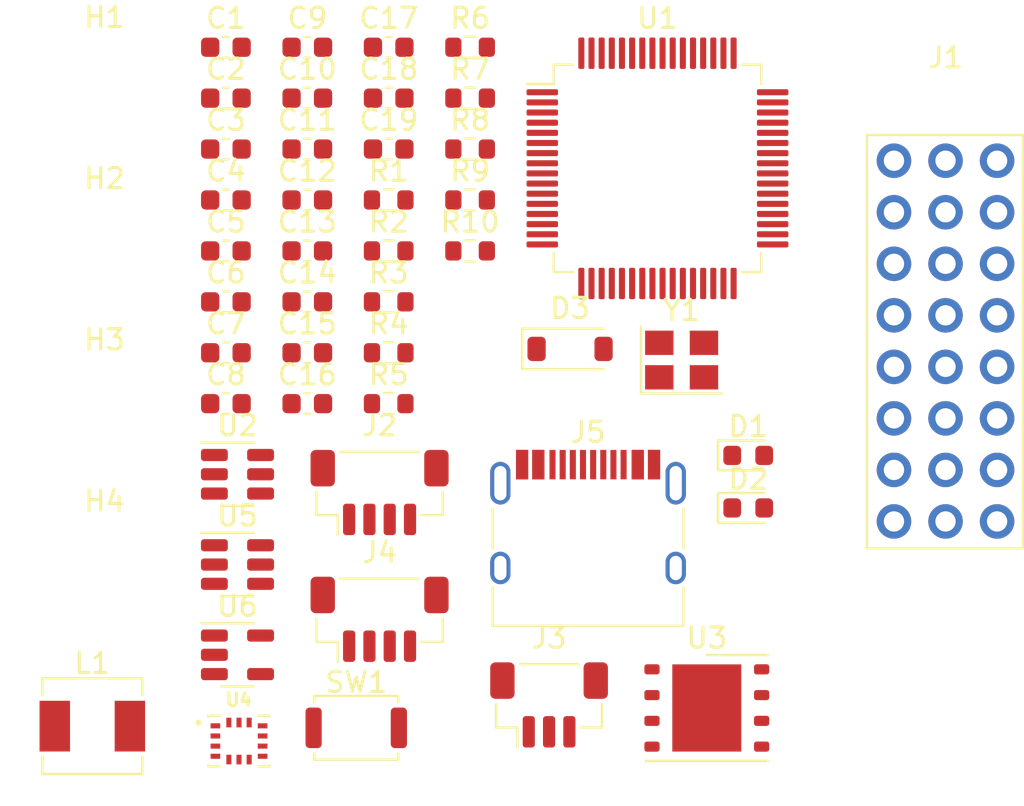
<source format=kicad_pcb>
(kicad_pcb (version 20221018) (generator pcbnew)
  (layers (0 "F.Cu" signal) (31 "B.Cu" signal) (34 "B.Paste" user) (35 "F.Paste" user) (36 "B.SilkS" user "B.Silkscreen") (37 "F.SilkS" user "F.Silkscreen") (38 "B.Mask" user) (39 "F.Mask" user) (44 "Edge.Cuts" user))
  (net 0 "")
  (net 1 "GND")
  (net 2 "Net-(U1-PH0)")
  (net 3 "Net-(U1-PH1)")
  (net 4 "Net-(U1-VCAP_1)")
  (net 5 "+3V3")
  (net 6 "VBUS")
  (net 7 "Net-(U5-BOOT)")
  (net 8 "Net-(U5-SW)")
  (net 9 "+5V")
  (net 10 "Net-(U5-FB)")
  (net 11 "Net-(D1-K)")
  (net 12 "Net-(D2-K)")
  (net 13 "/LED_0")
  (net 14 "Net-(D3-A)")
  (net 15 "/UART1_TX")
  (net 16 "/UART1_RX")
  (net 17 "/LEDOUT")
  (net 18 "/UART2_TX")
  (net 19 "/UART2_RX")
  (net 20 "Net-(J5-CC1)")
  (net 21 "/USB_D+")
  (net 22 "/USB_D-")
  (net 24 "Net-(J5-CC2)")
  (net 26 "Net-(U1-NRST)")
  (net 27 "Net-(U1-BOOT0)")
  (net 28 "Net-(U3-IO2)")
  (net 29 "Net-(U3-IO3)")
  (net 39 "/OCS_BMI")
  (net 40 "/SPI_SCK")
  (net 41 "/SPI_MISO")
  (net 42 "/SPI_MOSI")
  (net 44 "/Out1")
  (net 45 "/Out2")
  (net 47 "/Out7")
  (net 48 "/Out8")
  (net 57 "/CS_BMI")
  (net 58 "/CS_FLASH")
  (net 60 "/MCU_D-")
  (net 61 "/MCU_D+")
  (net 62 "/INT1_BMI")
  (net 63 "/INT2_BMI")
  (net 68 "/Out3")
  (net 69 "/Out4")
  (net 70 "/Out5")
  (net 71 "/Out6")
  (footprint "Capacitor_SMD:C_0603_1608Metric" (layer "F.Cu") (at 37.42 23.735)
    (fp_text reference "C10" (at 0 -1.43) (layer "F.SilkS"))
    (fp_text value "4.7u")
    (fp_line (start -0.14058 -0.51) (end 0.14058 -0.51) (stroke (width 0.12)) (layer "F.SilkS"))
    (fp_line (start -0.14058 0.51) (end 0.14058 0.51) (stroke (width 0.12)) (layer "F.SilkS"))
    (pad "1" smd roundrect (at -0.775 0) (size 0.9 0.95) (layers "F.Cu" "F.Paste" "F.Mask") (net 5 "+3V3"))
    (pad "2" smd roundrect (at 0.775 0) (size 0.9 0.95) (layers "F.Cu" "F.Paste" "F.Mask") (net 1 "GND"))
  )
  (footprint "Capacitor_SMD:C_0603_1608Metric" (layer "F.Cu") (at 33.41 31.265)
    (fp_text reference "C5" (at 0 -1.43) (layer "F.SilkS"))
    (fp_text value "1u")
    (fp_line (start -0.14058 -0.51) (end 0.14058 -0.51) (stroke (width 0.12)) (layer "F.SilkS"))
    (fp_line (start -0.14058 0.51) (end 0.14058 0.51) (stroke (width 0.12)) (layer "F.SilkS"))
    (pad "1" smd roundrect (at -0.775 0) (size 0.9 0.95) (layers "F.Cu" "F.Paste" "F.Mask") (net 5 "+3V3"))
    (pad "2" smd roundrect (at 0.775 0) (size 0.9 0.95) (layers "F.Cu" "F.Paste" "F.Mask") (net 1 "GND"))
  )
  (footprint "Resistor_SMD:R_0603_1608Metric" (layer "F.Cu") (at 41.43 33.775)
    (fp_text reference "R3" (at 0 -1.43) (layer "F.SilkS"))
    (fp_text value "47")
    (fp_line (start -0.237258 -0.5225) (end 0.237258 -0.5225) (stroke (width 0.12)) (layer "F.SilkS"))
    (fp_line (start -0.237258 0.5225) (end 0.237258 0.5225) (stroke (width 0.12)) (layer "F.SilkS"))
    (pad "1" smd roundrect (at -0.825 0) (size 0.8 0.95) (layers "F.Cu" "F.Paste" "F.Mask") (net 1 "GND"))
    (pad "2" smd roundrect (at 0.825 0) (size 0.8 0.95) (layers "F.Cu" "F.Paste" "F.Mask") (net 11 "Net-(D1-K)"))
  )
  (footprint "Resistor_SMD:R_0603_1608Metric" (layer "F.Cu") (at 45.44 23.735)
    (fp_text reference "R7" (at 0 -1.43) (layer "F.SilkS"))
    (fp_text value "10k")
    (fp_line (start -0.237258 -0.5225) (end 0.237258 -0.5225) (stroke (width 0.12)) (layer "F.SilkS"))
    (fp_line (start -0.237258 0.5225) (end 0.237258 0.5225) (stroke (width 0.12)) (layer "F.SilkS"))
    (pad "1" smd roundrect (at -0.825 0) (size 0.8 0.95) (layers "F.Cu" "F.Paste" "F.Mask") (net 5 "+3V3"))
    (pad "2" smd roundrect (at 0.825 0) (size 0.8 0.95) (layers "F.Cu" "F.Paste" "F.Mask") (net 28 "Net-(U3-IO2)"))
  )
  (footprint "MountingHole:MountingHole_3.2mm_M3" (layer "F.Cu") (at 27.43 47.795)
    (fp_text reference "H4" (at 0 -4.2) (layer "F.SilkS"))
    (fp_text value "MountingHole")
    (pad "" np_thru_hole circle (at 0 0) (size 3.2 3.2) (drill 3.2) (layers "*.Cu" "*.Mask"))
  )
  (footprint "Capacitor_SMD:C_0603_1608Metric" (layer "F.Cu") (at 37.42 26.245)
    (fp_text reference "C11" (at 0 -1.43) (layer "F.SilkS"))
    (fp_text value "100n")
    (fp_line (start -0.14058 -0.51) (end 0.14058 -0.51) (stroke (width 0.12)) (layer "F.SilkS"))
    (fp_line (start -0.14058 0.51) (end 0.14058 0.51) (stroke (width 0.12)) (layer "F.SilkS"))
    (pad "1" smd roundrect (at -0.775 0) (size 0.9 0.95) (layers "F.Cu" "F.Paste" "F.Mask") (net 5 "+3V3"))
    (pad "2" smd roundrect (at 0.775 0) (size 0.9 0.95) (layers "F.Cu" "F.Paste" "F.Mask") (net 1 "GND"))
  )
  (footprint "Capacitor_SMD:C_0603_1608Metric" (layer "F.Cu") (at 33.41 21.225)
    (fp_text reference "C1" (at 0 -1.43) (layer "F.SilkS"))
    (fp_text value "30p")
    (fp_line (start -0.14058 -0.51) (end 0.14058 -0.51) (stroke (width 0.12)) (layer "F.SilkS"))
    (fp_line (start -0.14058 0.51) (end 0.14058 0.51) (stroke (width 0.12)) (layer "F.SilkS"))
    (pad "1" smd roundrect (at -0.775 0) (size 0.9 0.95) (layers "F.Cu" "F.Paste" "F.Mask") (net 1 "GND"))
    (pad "2" smd roundrect (at 0.775 0) (size 0.9 0.95) (layers "F.Cu" "F.Paste" "F.Mask") (net 2 "Net-(U1-PH0)"))
  )
  (footprint "Capacitor_SMD:C_0603_1608Metric" (layer "F.Cu") (at 37.42 38.795)
    (fp_text reference "C16" (at 0 -1.43) (layer "F.SilkS"))
    (fp_text value "100p")
    (fp_line (start -0.14058 -0.51) (end 0.14058 -0.51) (stroke (width 0.12)) (layer "F.SilkS"))
    (fp_line (start -0.14058 0.51) (end 0.14058 0.51) (stroke (width 0.12)) (layer "F.SilkS"))
    (pad "1" smd roundrect (at -0.775 0) (size 0.9 0.95) (layers "F.Cu" "F.Paste" "F.Mask") (net 9 "+5V"))
    (pad "2" smd roundrect (at 0.775 0) (size 0.9 0.95) (layers "F.Cu" "F.Paste" "F.Mask") (net 10 "Net-(U5-FB)"))
  )
  (footprint "MountingHole:MountingHole_3.2mm_M3" (layer "F.Cu") (at 27.43 23.945)
    (fp_text reference "H1" (at 0 -4.2) (layer "F.SilkS"))
    (fp_text value "MountingHole")
    (pad "" np_thru_hole circle (at 0 0) (size 3.2 3.2) (drill 3.2) (layers "*.Cu" "*.Mask"))
  )
  (footprint "Resistor_SMD:R_0603_1608Metric" (layer "F.Cu") (at 41.43 28.755)
    (fp_text reference "R1" (at 0 -1.43) (layer "F.SilkS"))
    (fp_text value "10k")
    (fp_line (start -0.237258 -0.5225) (end 0.237258 -0.5225) (stroke (width 0.12)) (layer "F.SilkS"))
    (fp_line (start -0.237258 0.5225) (end 0.237258 0.5225) (stroke (width 0.12)) (layer "F.SilkS"))
    (pad "1" smd roundrect (at -0.825 0) (size 0.8 0.95) (layers "F.Cu" "F.Paste" "F.Mask") (net 5 "+3V3"))
    (pad "2" smd roundrect (at 0.825 0) (size 0.8 0.95) (layers "F.Cu" "F.Paste" "F.Mask") (net 26 "Net-(U1-NRST)"))
  )
  (footprint "Capacitor_SMD:C_0603_1608Metric" (layer "F.Cu") (at 33.41 33.775)
    (fp_text reference "C6" (at 0 -1.43) (layer "F.SilkS"))
    (fp_text value "100n")
    (fp_line (start -0.14058 -0.51) (end 0.14058 -0.51) (stroke (width 0.12)) (layer "F.SilkS"))
    (fp_line (start -0.14058 0.51) (end 0.14058 0.51) (stroke (width 0.12)) (layer "F.SilkS"))
    (pad "1" smd roundrect (at -0.775 0) (size 0.9 0.95) (layers "F.Cu" "F.Paste" "F.Mask") (net 5 "+3V3"))
    (pad "2" smd roundrect (at 0.775 0) (size 0.9 0.95) (layers "F.Cu" "F.Paste" "F.Mask") (net 1 "GND"))
  )
  (footprint "Resistor_SMD:R_0603_1608Metric" (layer "F.Cu") (at 41.43 31.265)
    (fp_text reference "R2" (at 0 -1.43) (layer "F.SilkS"))
    (fp_text value "10k")
    (fp_line (start -0.237258 -0.5225) (end 0.237258 -0.5225) (stroke (width 0.12)) (layer "F.SilkS"))
    (fp_line (start -0.237258 0.5225) (end 0.237258 0.5225) (stroke (width 0.12)) (layer "F.SilkS"))
    (pad "1" smd roundrect (at -0.825 0) (size 0.8 0.95) (layers "F.Cu" "F.Paste" "F.Mask") (net 27 "Net-(U1-BOOT0)"))
    (pad "2" smd roundrect (at 0.825 0) (size 0.8 0.95) (layers "F.Cu" "F.Paste" "F.Mask") (net 1 "GND"))
  )
  (footprint "footprints:XDCR_BMI270" (layer "F.Cu") (at 34.055 55.425)
    (fp_text reference "U4" (at -0.008 -2.0314) (layer "F.SilkS") (effects (font (size 0.64 0.64))))
    (fp_text value "BMI270")
    (fp_line (start -1.5 -1.25) (end -1.5 -1.195) (stroke (width 0.127)) (layer "F.SilkS"))
    (fp_line (start -1.5 -1.25) (end -0.945 -1.25) (stroke (width 0.127)) (layer "F.SilkS"))
    (fp_line (start -1.5 1.195) (end -1.5 1.25) (stroke (width 0.127)) (layer "F.SilkS"))
    (fp_line (start -1.5 1.25) (end -0.945 1.25) (stroke (width 0.127)) (layer "F.SilkS"))
    (fp_line (start 0.945 -1.25) (end 1.5 -1.25) (stroke (width 0.127)) (layer "F.SilkS"))
    (fp_line (start 0.945 1.25) (end 1.5 1.25) (stroke (width 0.127)) (layer "F.SilkS"))
    (fp_line (start 1.5 -1.25) (end 1.5 -1.195) (stroke (width 0.127)) (layer "F.SilkS"))
    (fp_line (start 1.5 1.195) (end 1.5 1.25) (stroke (width 0.127)) (layer "F.SilkS"))
    (fp_circle (center -2 -0.9) (end -1.925 -0.9) (stroke (width 0.15)) (fill none) (layer "F.SilkS"))
    (pad "1" smd rect (at -1.1625 -0.75) (size 0.475 0.25) (layers "F.Cu" "F.Paste" "F.Mask") (net 41 "/SPI_MISO"))
    (pad "2" smd rect (at -1.1625 -0.25) (size 0.475 0.25) (layers "F.Cu" "F.Paste" "F.Mask"))
    (pad "3" smd rect (at -1.1625 0.25) (size 0.475 0.25) (layers "F.Cu" "F.Paste" "F.Mask"))
    (pad "4" smd rect (at -1.1625 0.75) (size 0.475 0.25) (layers "F.Cu" "F.Paste" "F.Mask") (net 62 "/INT1_BMI"))
    (pad "5" smd rect (at -0.5 0.9125 90) (size 0.475 0.25) (layers "F.Cu" "F.Paste" "F.Mask") (net 5 "+3V3"))
    (pad "6" smd rect (at 0 0.9125 90) (size 0.475 0.25) (layers "F.Cu" "F.Paste" "F.Mask") (net 1 "GND"))
    (pad "7" smd rect (at 0.5 0.9125 90) (size 0.475 0.25) (layers "F.Cu" "F.Paste" "F.Mask") (net 1 "GND"))
    (pad "8" smd rect (at 1.1625 0.75) (size 0.475 0.25) (layers "F.Cu" "F.Paste" "F.Mask") (net 5 "+3V3"))
    (pad "9" smd rect (at 1.1625 0.25) (size 0.475 0.25) (layers "F.Cu" "F.Paste" "F.Mask") (net 63 "/INT2_BMI"))
    (pad "10" smd rect (at 1.1625 -0.25) (size 0.475 0.25) (layers "F.Cu" "F.Paste" "F.Mask") (net 39 "/OCS_BMI"))
    (pad "11" smd rect (at 1.1625 -0.75) (size 0.475 0.25) (layers "F.Cu" "F.Paste" "F.Mask"))
    (pad "12" smd rect (at 0.5 -0.9125 90) (size 0.475 0.25) (layers "F.Cu" "F.Paste" "F.Mask") (net 57 "/CS_BMI"))
    (pad "13" smd rect (at 0 -0.9125 90) (size 0.475 0.25) (layers "F.Cu" "F.Paste" "F.Mask") (net 40 "/SPI_SCK"))
    (pad "14" smd rect (at -0.5 -0.9125 90) (size 0.475 0.25) (layers "F.Cu" "F.Paste" "F.Mask") (net 42 "/SPI_MOSI"))
  )
  (footprint "footprints:8xServo" (layer "F.Cu") (at 68.86 26.82)
    (fp_text reference "J1" (at 0 -5.08) (layer "F.SilkS"))
    (fp_text value "Outputs")
    (fp_line (start -3.87 -1.27) (end -3.87 19.11) (stroke (width 0.12)) (layer "F.SilkS"))
    (fp_line (start -3.87 -1.27) (end 3.81 -1.27) (stroke (width 0.12)) (layer "F.SilkS"))
    (fp_line (start -3.87 19.11) (end 3.81 19.11) (stroke (width 0.12)) (layer "F.SilkS"))
    (fp_line (start 3.81 -1.27) (end 3.81 19.11) (stroke (width 0.12)) (layer "F.SilkS"))
    (pad "1" thru_hole circle (at -2.54 0) (size 1.7 1.7) (drill 1) (layers "*.Cu" "*.Mask") (net 44 "/Out1"))
    (pad "2" thru_hole oval (at -2.54 2.54) (size 1.7 1.7) (drill 1) (layers "*.Cu" "*.Mask") (net 45 "/Out2"))
    (pad "3" thru_hole oval (at -2.54 5.08) (size 1.7 1.7) (drill 1) (layers "*.Cu" "*.Mask") (net 68 "/Out3"))
    (pad "4" thru_hole oval (at -2.54 7.62) (size 1.7 1.7) (drill 1) (layers "*.Cu" "*.Mask") (net 69 "/Out4"))
    (pad "5" thru_hole oval (at -2.54 10.16) (size 1.7 1.7) (drill 1) (layers "*.Cu" "*.Mask") (net 70 "/Out5"))
    (pad "6" thru_hole oval (at -2.54 12.7) (size 1.7 1.7) (drill 1) (layers "*.Cu" "*.Mask") (net 71 "/Out6"))
    (pad "7" thru_hole oval (at -2.54 15.24) (size 1.7 1.7) (drill 1) (layers "*.Cu" "*.Mask") (net 47 "/Out7"))
    (pad "8" thru_hole oval (at -2.54 17.78) (size 1.7 1.7) (drill 1) (layers "*.Cu" "*.Mask") (net 48 "/Out8"))
    (pad "9" thru_hole circle (at 0 0) (size 1.7 1.7) (drill 1) (layers "*.Cu" "*.Mask") (net 6 "VBUS"))
    (pad "10" thru_hole oval (at 0 2.54) (size 1.7 1.7) (drill 1) (layers "*.Cu" "*.Mask") (net 6 "VBUS"))
    (pad "11" thru_hole oval (at 0 5.08) (size 1.7 1.7) (drill 1) (layers "*.Cu" "*.Mask") (net 6 "VBUS"))
    (pad "12" thru_hole oval (at 0 7.62) (size 1.7 1.7) (drill 1) (layers "*.Cu" "*.Mask") (net 6 "VBUS"))
    (pad "13" thru_hole oval (at 0 10.16) (size 1.7 1.7) (drill 1) (layers "*.Cu" "*.Mask") (net 6 "VBUS"))
    (pad "14" thru_hole oval (at 0 12.7) (size 1.7 1.7) (drill 1) (layers "*.Cu" "*.Mask") (net 6 "VBUS"))
    (pad "15" thru_hole oval (at 0 15.24) (size 1.7 1.7) (drill 1) (layers "*.Cu" "*.Mask") (net 6 "VBUS"))
    (pad "16" thru_hole oval (at 0 17.78) (size 1.7 1.7) (drill 1) (layers "*.Cu" "*.Mask") (net 6 "VBUS"))
    (pad "17" thru_hole circle (at 2.54 0) (size 1.7 1.7) (drill 1) (layers "*.Cu" "*.Mask") (net 1 "GND"))
    (pad "18" thru_hole oval (at 2.54 2.54) (size 1.7 1.7) (drill 1) (layers "*.Cu" "*.Mask") (net 1 "GND"))
    (pad "19" thru_hole oval (at 2.54 5.08) (size 1.7 1.7) (drill 1) (layers "*.Cu" "*.Mask") (net 1 "GND"))
    (pad "20" thru_hole oval (at 2.54 7.62) (size 1.7 1.7) (drill 1) (layers "*.Cu" "*.Mask") (net 1 "GND"))
    (pad "21" thru_hole oval (at 2.54 10.16) (size 1.7 1.7) (drill 1) (layers "*.Cu" "*.Mask") (net 1 "GND"))
    (pad "22" thru_hole oval (at 2.54 12.7) (size 1.7 1.7) (drill 1) (layers "*.Cu" "*.Mask") (net 1 "GND"))
    (pad "23" thru_hole oval (at 2.54 15.24) (size 1.7 1.7) (drill 1) (layers "*.Cu" "*.Mask") (net 1 "GND"))
    (pad "24" thru_hole oval (at 2.54 17.78) (size 1.7 1.7) (drill 1) (layers "*.Cu" "*.Mask") (net 1 "GND"))
  )
  (footprint "Diode_SMD:D_SOD-123" (layer "F.Cu") (at 50.365 36.095)
    (fp_text reference "D3" (at 0 -2) (layer "F.SilkS"))
    (fp_text value "B5819W_C8598")
    (fp_line (start -2.36 -1) (end -2.36 1) (stroke (width 0.12)) (layer "F.SilkS"))
    (fp_line (start -2.36 -1) (end 1.65 -1) (stroke (width 0.12)) (layer "F.SilkS"))
    (fp_line (start -2.36 1) (end 1.65 1) (stroke (width 0.12)) (layer "F.SilkS"))
    (pad "1" smd roundrect (at -1.65 0) (size 0.9 1.2) (layers "F.Cu" "F.Paste" "F.Mask") (net 9 "+5V"))
    (pad "2" smd roundrect (at 1.65 0) (size 0.9 1.2) (layers "F.Cu" "F.Paste" "F.Mask") (net 14 "Net-(D3-A)"))
  )
  (footprint "Capacitor_SMD:C_0603_1608Metric" (layer "F.Cu") (at 33.41 28.755)
    (fp_text reference "C4" (at 0 -1.43) (layer "F.SilkS"))
    (fp_text value "100n")
    (fp_line (start -0.14058 -0.51) (end 0.14058 -0.51) (stroke (width 0.12)) (layer "F.SilkS"))
    (fp_line (start -0.14058 0.51) (end 0.14058 0.51) (stroke (width 0.12)) (layer "F.SilkS"))
    (pad "1" smd roundrect (at -0.775 0) (size 0.9 0.95) (layers "F.Cu" "F.Paste" "F.Mask") (net 5 "+3V3"))
    (pad "2" smd roundrect (at 0.775 0) (size 0.9 0.95) (layers "F.Cu" "F.Paste" "F.Mask") (net 1 "GND"))
  )
  (footprint "MountingHole:MountingHole_3.2mm_M3" (layer "F.Cu") (at 27.43 31.895)
    (fp_text reference "H2" (at 0 -4.2) (layer "F.SilkS"))
    (fp_text value "MountingHole")
    (pad "" np_thru_hole circle (at 0 0) (size 3.2 3.2) (drill 3.2) (layers "*.Cu" "*.Mask"))
  )
  (footprint "Resistor_SMD:R_0603_1608Metric" (layer "F.Cu") (at 45.44 21.225)
    (fp_text reference "R6" (at 0 -1.43) (layer "F.SilkS"))
    (fp_text value "5.1k")
    (fp_line (start -0.237258 -0.5225) (end 0.237258 -0.5225) (stroke (width 0.12)) (layer "F.SilkS"))
    (fp_line (start -0.237258 0.5225) (end 0.237258 0.5225) (stroke (width 0.12)) (layer "F.SilkS"))
    (pad "1" smd roundrect (at -0.825 0) (size 0.8 0.95) (layers "F.Cu" "F.Paste" "F.Mask") (net 20 "Net-(J5-CC1)"))
    (pad "2" smd roundrect (at 0.825 0) (size 0.8 0.95) (layers "F.Cu" "F.Paste" "F.Mask") (net 1 "GND"))
  )
  (footprint "Capacitor_SMD:C_0603_1608Metric" (layer "F.Cu") (at 37.42 36.285)
    (fp_text reference "C15" (at 0 -1.43) (layer "F.SilkS"))
    (fp_text value "100n")
    (fp_line (start -0.14058 -0.51) (end 0.14058 -0.51) (stroke (width 0.12)) (layer "F.SilkS"))
    (fp_line (start -0.14058 0.51) (end 0.14058 0.51) (stroke (width 0.12)) (layer "F.SilkS"))
    (pad "1" smd roundrect (at -0.775 0) (size 0.9 0.95) (layers "F.Cu" "F.Paste" "F.Mask") (net 7 "Net-(U5-BOOT)"))
    (pad "2" smd roundrect (at 0.775 0) (size 0.9 0.95) (layers "F.Cu" "F.Paste" "F.Mask") (net 8 "Net-(U5-SW)"))
  )
  (footprint "Inductor_SMD:L_Sunlord_MWSA0402S" (layer "F.Cu") (at 26.83 54.69)
    (fp_text reference "L1" (at 0 -3.1) (layer "F.SilkS"))
    (fp_text value "10uH")
    (fp_line (start -2.46 -2.36) (end -2.46 -1.51) (stroke (width 0.12)) (layer "F.SilkS"))
    (fp_line (start -2.46 -2.36) (end 2.46 -2.36) (stroke (width 0.12)) (layer "F.SilkS"))
    (fp_line (start -2.46 2.36) (end -2.46 1.51) (stroke (width 0.12)) (layer "F.SilkS"))
    (fp_line (start -2.46 2.36) (end 2.46 2.36) (stroke (width 0.12)) (layer "F.SilkS"))
    (fp_line (start 2.46 -2.36) (end 2.46 -1.51) (stroke (width 0.12)) (layer "F.SilkS"))
    (fp_line (start 2.46 2.36) (end 2.46 1.51) (stroke (width 0.12)) (layer "F.SilkS"))
    (pad "1" smd rect (at -1.85 0) (size 1.5 2.5) (layers "F.Cu" "F.Paste" "F.Mask") (net 8 "Net-(U5-SW)"))
    (pad "2" smd rect (at 1.85 0) (size 1.5 2.5) (layers "F.Cu" "F.Paste" "F.Mask") (net 9 "+5V"))
  )
  (footprint "Capacitor_SMD:C_0603_1608Metric" (layer "F.Cu") (at 41.43 26.245)
    (fp_text reference "C19" (at 0 -1.43) (layer "F.SilkS"))
    (fp_text value "4.7u")
    (fp_line (start -0.14058 -0.51) (end 0.14058 -0.51) (stroke (width 0.12)) (layer "F.SilkS"))
    (fp_line (start -0.14058 0.51) (end 0.14058 0.51) (stroke (width 0.12)) (layer "F.SilkS"))
    (pad "1" smd roundrect (at -0.775 0) (size 0.9 0.95) (layers "F.Cu" "F.Paste" "F.Mask") (net 5 "+3V3"))
    (pad "2" smd roundrect (at 0.775 0) (size 0.9 0.95) (layers "F.Cu" "F.Paste" "F.Mask") (net 1 "GND"))
  )
  (footprint "Capacitor_SMD:C_0603_1608Metric" (layer "F.Cu") (at 33.41 38.795)
    (fp_text reference "C8" (at 0 -1.43) (layer "F.SilkS"))
    (fp_text value "100n")
    (fp_line (start -0.14058 -0.51) (end 0.14058 -0.51) (stroke (width 0.12)) (layer "F.SilkS"))
    (fp_line (start -0.14058 0.51) (end 0.14058 0.51) (stroke (width 0.12)) (layer "F.SilkS"))
    (pad "1" smd roundrect (at -0.775 0) (size 0.9 0.95) (layers "F.Cu" "F.Paste" "F.Mask") (net 5 "+3V3"))
    (pad "2" smd roundrect (at 0.775 0) (size 0.9 0.95) (layers "F.Cu" "F.Paste" "F.Mask") (net 1 "GND"))
  )
  (footprint "Connector_JST:JST_SH_BM04B-SRSS-TB_1x04-1MP_P1.00mm_Vertical" (layer "F.Cu") (at 40.98 43.175)
    (fp_text reference "J2" (at 0 -3.3) (layer "F.SilkS"))
    (fp_text value "RX")
    (fp_line (start -3.11 -0.04) (end -3.11 1.11) (stroke (width 0.12)) (layer "F.SilkS"))
    (fp_line (start -3.11 1.11) (end -2.06 1.11) (stroke (width 0.12)) (layer "F.SilkS"))
    (fp_line (start -2.06 1.11) (end -2.06 2.1) (stroke (width 0.12)) (layer "F.SilkS"))
    (fp_line (start -1.94 -2.01) (end 1.94 -2.01) (stroke (width 0.12)) (layer "F.SilkS"))
    (fp_line (start 3.11 -0.04) (end 3.11 1.11) (stroke (width 0.12)) (layer "F.SilkS"))
    (fp_line (start 3.11 1.11) (end 2.06 1.11) (stroke (width 0.12)) (layer "F.SilkS"))
    (pad "1" smd roundrect (at -1.5 1.325) (size 0.6 1.55) (layers "F.Cu" "F.Paste" "F.Mask") (net 15 "/UART1_TX"))
    (pad "2" smd roundrect (at -0.5 1.325) (size 0.6 1.55) (layers "F.Cu" "F.Paste" "F.Mask") (net 16 "/UART1_RX"))
    (pad "3" smd roundrect (at 0.5 1.325) (size 0.6 1.55) (layers "F.Cu" "F.Paste" "F.Mask") (net 9 "+5V"))
    (pad "4" smd roundrect (at 1.5 1.325) (size 0.6 1.55) (layers "F.Cu" "F.Paste" "F.Mask") (net 1 "GND"))
    (pad "MP" smd roundrect (at -2.8 -1.2) (size 1.2 1.8) (layers "F.Cu" "F.Paste" "F.Mask") (roundrect_rratio 0.208333))
    (pad "MP" smd roundrect (at 2.8 -1.2) (size 1.2 1.8) (layers "F.Cu" "F.Paste" "F.Mask") (roundrect_rratio 0.208333))
  )
  (footprint "Capacitor_SMD:C_0603_1608Metric" (layer "F.Cu") (at 33.41 26.245)
    (fp_text reference "C3" (at 0 -1.43) (layer "F.SilkS"))
    (fp_text value "2.2u")
    (fp_line (start -0.14058 -0.51) (end 0.14058 -0.51) (stroke (width 0.12)) (layer "F.SilkS"))
    (fp_line (start -0.14058 0.51) (end 0.14058 0.51) (stroke (width 0.12)) (layer "F.SilkS"))
    (pad "1" smd roundrect (at -0.775 0) (size 0.9 0.95) (layers "F.Cu" "F.Paste" "F.Mask") (net 4 "Net-(U1-VCAP_1)"))
    (pad "2" smd roundrect (at 0.775 0) (size 0.9 0.95) (layers "F.Cu" "F.Paste" "F.Mask") (net 1 "GND"))
  )
  (footprint "LED_SMD:LED_0603_1608Metric" (layer "F.Cu") (at 59.14 43.935)
    (fp_text reference "D2" (at 0 -1.43) (layer "F.SilkS"))
    (fp_text value "GRN")
    (fp_line (start -1.485 -0.735) (end -1.485 0.735) (stroke (width 0.12)) (layer "F.SilkS"))
    (fp_line (start -1.485 0.735) (end 0.8 0.735) (stroke (width 0.12)) (layer "F.SilkS"))
    (fp_line (start 0.8 -0.735) (end -1.485 -0.735) (stroke (width 0.12)) (layer "F.SilkS"))
    (pad "1" smd roundrect (at -0.7875 0) (size 0.875 0.95) (layers "F.Cu" "F.Paste" "F.Mask") (net 12 "Net-(D2-K)"))
    (pad "2" smd roundrect (at 0.7875 0) (size 0.875 0.95) (layers "F.Cu" "F.Paste" "F.Mask") (net 13 "/LED_0"))
  )
  (footprint "Capacitor_SMD:C_0603_1608Metric" (layer "F.Cu") (at 33.41 23.735)
    (fp_text reference "C2" (at 0 -1.43) (layer "F.SilkS"))
    (fp_text value "30p")
    (fp_line (start -0.14058 -0.51) (end 0.14058 -0.51) (stroke (width 0.12)) (layer "F.SilkS"))
    (fp_line (start -0.14058 0.51) (end 0.14058 0.51) (stroke (width 0.12)) (layer "F.SilkS"))
    (pad "1" smd roundrect (at -0.775 0) (size 0.9 0.95) (layers "F.Cu" "F.Paste" "F.Mask") (net 3 "Net-(U1-PH1)"))
    (pad "2" smd roundrect (at 0.775 0) (size 0.9 0.95) (layers "F.Cu" "F.Paste" "F.Mask") (net 1 "GND"))
  )
  (footprint "Package_QFP:LQFP-64_10x10mm_P0.5mm" (layer "F.Cu") (at 54.67 27.195)
    (fp_text reference "U1" (at 0 -7.4) (layer "F.SilkS"))
    (fp_text value "STM32F722RETx")
    (fp_line (start -5.11 -5.11) (end -5.11 -4.16) (stroke (width 0.12)) (layer "F.SilkS"))
    (fp_line (start -5.11 -4.16) (end -6.45 -4.16) (stroke (width 0.12)) (layer "F.SilkS"))
    (fp_line (start -5.11 5.11) (end -5.11 4.16) (stroke (width 0.12)) (layer "F.SilkS"))
    (fp_line (start -4.16 -5.11) (end -5.11 -5.11) (stroke (width 0.12)) (layer "F.SilkS"))
    (fp_line (start -4.16 5.11) (end -5.11 5.11) (stroke (width 0.12)) (layer "F.SilkS"))
    (fp_line (start 4.16 -5.11) (end 5.11 -5.11) (stroke (width 0.12)) (layer "F.SilkS"))
    (fp_line (start 4.16 5.11) (end 5.11 5.11) (stroke (width 0.12)) (layer "F.SilkS"))
    (fp_line (start 5.11 -5.11) (end 5.11 -4.16) (stroke (width 0.12)) (layer "F.SilkS"))
    (fp_line (start 5.11 5.11) (end 5.11 4.16) (stroke (width 0.12)) (layer "F.SilkS"))
    (pad "1" smd roundrect (at -5.675 -3.75) (size 1.55 0.3) (layers "F.Cu" "F.Paste" "F.Mask") (net 5 "+3V3"))
    (pad "2" smd roundrect (at -5.675 -3.25) (size 1.55 0.3) (layers "F.Cu" "F.Paste" "F.Mask"))
    (pad "3" smd roundrect (at -5.675 -2.75) (size 1.55 0.3) (layers "F.Cu" "F.Paste" "F.Mask"))
    (pad "4" smd roundrect (at -5.675 -2.25) (size 1.55 0.3) (layers "F.Cu" "F.Paste" "F.Mask"))
    (pad "5" smd roundrect (at -5.675 -1.75) (size 1.55 0.3) (layers "F.Cu" "F.Paste" "F.Mask") (net 2 "Net-(U1-PH0)"))
    (pad "6" smd roundrect (at -5.675 -1.25) (size 1.55 0.3) (layers "F.Cu" "F.Paste" "F.Mask") (net 3 "Net-(U1-PH1)"))
    (pad "7" smd roundrect (at -5.675 -0.75) (size 1.55 0.3) (layers "F.Cu" "F.Paste" "F.Mask") (net 26 "Net-(U1-NRST)"))
    (pad "8" smd roundrect (at -5.675 -0.25) (size 1.55 0.3) (layers "F.Cu" "F.Paste" "F.Mask"))
    (pad "9" smd roundrect (at -5.675 0.25) (size 1.55 0.3) (layers "F.Cu" "F.Paste" "F.Mask"))
    (pad "10" smd roundrect (at -5.675 0.75) (size 1.55 0.3) (layers "F.Cu" "F.Paste" "F.Mask"))
    (pad "11" smd roundrect (at -5.675 1.25) (size 1.55 0.3) (layers "F.Cu" "F.Paste" "F.Mask"))
    (pad "12" smd roundrect (at -5.675 1.75) (size 1.55 0.3) (layers "F.Cu" "F.Paste" "F.Mask") (net 1 "GND"))
    (pad "13" smd roundrect (at -5.675 2.25) (size 1.55 0.3) (layers "F.Cu" "F.Paste" "F.Mask") (net 5 "+3V3"))
    (pad "14" smd roundrect (at -5.675 2.75) (size 1.55 0.3) (layers "F.Cu" "F.Paste" "F.Mask"))
    (pad "15" smd roundrect (at -5.675 3.25) (size 1.55 0.3) (layers "F.Cu" "F.Paste" "F.Mask"))
    (pad "16" smd roundrect (at -5.675 3.75) (size 1.55 0.3) (layers "F.Cu" "F.Paste" "F.Mask") (net 18 "/UART2_TX"))
    (pad "17" smd roundrect (at -3.75 5.675) (size 0.3 1.55) (layers "F.Cu" "F.Paste" "F.Mask") (net 19 "/UART2_RX"))
    (pad "18" smd roundrect (at -3.25 5.675) (size 0.3 1.55) (layers "F.Cu" "F.Paste" "F.Mask") (net 1 "GND"))
    (pad "19" smd roundrect (at -2.75 5.675) (size 0.3 1.55) (layers "F.Cu" "F.Paste" "F.Mask") (net 5 "+3V3"))
    (pad "20" smd roundrect (at -2.25 5.675) (size 0.3 1.55) (layers "F.Cu" "F.Paste" "F.Mask") (net 39 "/OCS_BMI"))
    (pad "21" smd roundrect (at -1.75 5.675) (size 0.3 1.55) (layers "F.Cu" "F.Paste" "F.Mask") (net 40 "/SPI_SCK"))
    (pad "22" smd roundrect (at -1.25 5.675) (size 0.3 1.55) (layers "F.Cu" "F.Paste" "F.Mask") (net 41 "/SPI_MISO"))
    (pad "23" smd roundrect (at -0.75 5.675) (size 0.3 1.55) (layers "F.Cu" "F.Paste" "F.Mask") (net 42 "/SPI_MOSI"))
    (pad "24" smd roundrect (at -0.25 5.675) (size 0.3 1.55) (layers "F.Cu" "F.Paste" "F.Mask"))
    (pad "25" smd roundrect (at 0.25 5.675) (size 0.3 1.55) (layers "F.Cu" "F.Paste" "F.Mask") (net 44 "/Out1"))
    (pad "26" smd roundrect (at 0.75 5.675) (size 0.3 1.55) (layers "F.Cu" "F.Paste" "F.Mask") (net 45 "/Out2"))
    (pad "27" smd roundrect (at 1.25 5.675) (size 0.3 1.55) (layers "F.Cu" "F.Paste" "F.Mask"))
    (pad "28" smd roundrect (at 1.75 5.675) (size 0.3 1.55) (layers "F.Cu" "F.Paste" "F.Mask") (net 47 "/Out7"))
    (pad "29" smd roundrect (at 2.25 5.675) (size 0.3 1.55) (layers "F.Cu" "F.Paste" "F.Mask") (net 48 "/Out8"))
    (pad "30" smd roundrect (at 2.75 5.675) (size 0.3 1.55) (layers "F.Cu" "F.Paste" "F.Mask") (net 4 "Net-(U1-VCAP_1)"))
    (pad "31" smd roundrect (at 3.25 5.675) (size 0.3 1.55) (layers "F.Cu" "F.Paste" "F.Mask") (net 1 "GND"))
    (pad "32" smd roundrect (at 3.75 5.675) (size 0.3 1.55) (layers "F.Cu" "F.Paste" "F.Mask") (net 5 "+3V3"))
    (pad "33" smd roundrect (at 5.675 3.75) (size 1.55 0.3) (layers "F.Cu" "F.Paste" "F.Mask"))
    (pad "34" smd roundrect (at 5.675 3.25) (size 1.55 0.3) (layers "F.Cu" "F.Paste" "F.Mask"))
    (pad "35" smd roundrect (at 5.675 2.75) (size 1.55 0.3) (layers "F.Cu" "F.Paste" "F.Mask"))
    (pad "36" smd roundrect (at 5.675 2.25) (size 1.55 0.3) (layers "F.Cu" "F.Paste" "F.Mask"))
    (pad "37" smd roundrect (at 5.675 1.75) (size 1.55 0.3) (layers "F.Cu" "F.Paste" "F.Mask"))
    (pad "38" smd roundrect (at 5.675 1.25) (size 1.55 0.3) (layers "F.Cu" "F.Paste" "F.Mask"))
    (pad "39" smd roundrect (at 5.675 0.75) (size 1.55 0.3) (layers "F.Cu" "F.Paste" "F.Mask"))
    (pad "40" smd roundrect (at 5.675 0.25) (size 1.55 0.3) (layers "F.Cu" "F.Paste" "F.Mask"))
    (pad "41" smd roundrect (at 5.675 -0.25) (size 1.55 0.3) (layers "F.Cu" "F.Paste" "F.Mask") (net 57 "/CS_BMI"))
    (pad "42" smd roundrect (at 5.675 -0.75) (size 1.55 0.3) (layers "F.Cu" "F.Paste" "F.Mask") (net 58 "/CS_FLASH"))
    (pad "43" smd roundrect (at 5.675 -1.25) (size 1.55 0.3) (layers "F.Cu" "F.Paste" "F.Mask"))
    (pad "44" smd roundrect (at 5.675 -1.75) (size 1.55 0.3) (layers "F.Cu" "F.Paste" "F.Mask") (net 60 "/MCU_D-"))
    (pad "45" smd roundrect (at 5.675 -2.25) (size 1.55 0.3) (layers "F.Cu" "F.Paste" "F.Mask") (net 61 "/MCU_D+"))
    (pad "46" smd roundrect (at 5.675 -2.75) (size 1.55 0.3) (layers "F.Cu" "F.Paste" "F.Mask") (net 13 "/LED_0"))
    (pad "47" smd roundrect (at 5.675 -3.25) (size 1.55 0.3) (layers "F.Cu" "F.Paste" "F.Mask") (net 1 "GND"))
    (pad "48" smd roundrect (at 5.675 -3.75) (size 1.55 0.3) (layers "F.Cu" "F.Paste" "F.Mask") (net 5 "+3V3"))
    (pad "49" smd roundrect (at 3.75 -5.675) (size 0.3 1.55) (layers "F.Cu" "F.Paste" "F.Mask") (net 62 "/INT1_BMI"))
    (pad "50" smd roundrect (at 3.25 -5.675) (size 0.3 1.55) (layers "F.Cu" "F.Paste" "F.Mask") (net 63 "/INT2_BMI"))
    (pad "51" smd roundrect (at 2.75 -5.675) (size 0.3 1.55) (layers "F.Cu" "F.Paste" "F.Mask"))
    (pad "52" smd roundrect (at 2.25 -5.675) (size 0.3 1.55) (layers "F.Cu" "F.Paste" "F.Mask"))
    (pad "53" smd roundrect (at 1.75 -5.675) (size 0.3 1.55) (layers "F.Cu" "F.Paste" "F.Mask"))
    (pad "54" smd roundrect (at 1.25 -5.675) (size 0.3 1.55) (layers "F.Cu" "F.Paste" "F.Mask"))
    (pad "55" smd roundrect (at 0.75 -5.675) (size 0.3 1.55) (layers "F.Cu" "F.Paste" "F.Mask") (net 17 "/LEDOUT"))
    (pad "56" smd roundrect (at 0.25 -5.675) (size 0.3 1.55) (layers "F.Cu" "F.Paste" "F.Mask") (net 68 "/Out3"))
    (pad "57" smd roundrect (at -0.25 -5.675) (size 0.3 1.55) (layers "F.Cu" "F.Paste" "F.Mask") (net 69 "/Out4"))
    (pad "58" smd roundrect (at -0.75 -5.675) (size 0.3 1.55) (layers "F.Cu" "F.Paste" "F.Mask") (net 15 "/UART1_TX"))
    (pad "59" smd roundrect (at -1.25 -5.675) (size 0.3 1.55) (layers "F.Cu" "F.Paste" "F.Mask") (net 16 "/UART1_RX"))
    (pad "60" smd roundrect (at -1.75 -5.675) (size 0.3 1.55) (layers "F.Cu" "F.Paste" "F.Mask") (net 27 "Net-(U1-BOOT0)"))
    (pad "61" smd roundrect (at -2.25 -5.675) (size 0.3 1.55) (layers "F.Cu" "F.Paste" "F.Mask") (net 70 "/Out5"))
    (pad "62" smd roundrect (at -2.75 -5.675) (size 0.3 1.55) (layers "F.Cu" "F.Paste" "F.Mask") (net 71 "/Out6"))
    (pad "63" smd roundrect (at -3.25 -5.675) (size 0.3 1.55) (layers "F.Cu" "F.Paste" "F.Mask") (net 1 "GND"))
    (pad "64" smd roundrect (at -3.75 -5.675) (size 0.3 1.55) (layers "F.Cu" "F.Paste" "F.Mask") (net 5 "+3V3"))
  )
  (footprint "Capacitor_SMD:C_0603_1608Metric" (layer "F.Cu") (at 37.42 31.265)
    (fp_text reference "C13" (at 0 -1.43) (layer "F.SilkS"))
    (fp_text value "100n")
    (fp_line (start -0.14058 -0.51) (end 0.14058 -0.51) (stroke (width 0.12)) (layer "F.SilkS"))
    (fp_line (start -0.14058 0.51) (end 0.14058 0.51) (stroke (width 0.12)) (layer "F.SilkS"))
    (pad "1" smd roundrect (at -0.775 0) (size 0.9 0.95) (layers "F.Cu" "F.Paste" "F.Mask") (net 6 "VBUS"))
    (pad "2" smd roundrect (at 0.775 0) (size 0.9 0.95) (layers "F.Cu" "F.Paste" "F.Mask") (net 1 "GND"))
  )
  (footprint "Connector_JST:JST_SH_BM04B-SRSS-TB_1x04-1MP_P1.00mm_Vertical" (layer "F.Cu") (at 40.98 49.425)
    (fp_text reference "J4" (at 0 -3.3) (layer "F.SilkS"))
    (fp_text value "UART")
    (fp_line (start -3.11 -0.04) (end -3.11 1.11) (stroke (width 0.12)) (layer "F.SilkS"))
    (fp_line (start -3.11 1.11) (end -2.06 1.11) (stroke (width 0.12)) (layer "F.SilkS"))
    (fp_line (start -2.06 1.11) (end -2.06 2.1) (stroke (width 0.12)) (layer "F.SilkS"))
    (fp_line (start -1.94 -2.01) (end 1.94 -2.01) (stroke (width 0.12)) (layer "F.SilkS"))
    (fp_line (start 3.11 -0.04) (end 3.11 1.11) (stroke (width 0.12)) (layer "F.SilkS"))
    (fp_line (start 3.11 1.11) (end 2.06 1.11) (stroke (width 0.12)) (layer "F.SilkS"))
    (pad "1" smd roundrect (at -1.5 1.325) (size 0.6 1.55) (layers "F.Cu" "F.Paste" "F.Mask") (net 18 "/UART2_TX"))
    (pad "2" smd roundrect (at -0.5 1.325) (size 0.6 1.55) (layers "F.Cu" "F.Paste" "F.Mask") (net 19 "/UART2_RX"))
    (pad "3" smd roundrect (at 0.5 1.325) (size 0.6 1.55) (layers "F.Cu" "F.Paste" "F.Mask") (net 9 "+5V"))
    (pad "4" smd roundrect (at 1.5 1.325) (size 0.6 1.55) (layers "F.Cu" "F.Paste" "F.Mask") (net 1 "GND"))
    (pad "MP" smd roundrect (at -2.8 -1.2) (size 1.2 1.8) (layers "F.Cu" "F.Paste" "F.Mask") (roundrect_rratio 0.208333))
    (pad "MP" smd roundrect (at 2.8 -1.2) (size 1.2 1.8) (layers "F.Cu" "F.Paste" "F.Mask") (roundrect_rratio 0.208333))
  )
  (footprint "Resistor_SMD:R_0603_1608Metric" (layer "F.Cu") (at 45.44 26.245)
    (fp_text reference "R8" (at 0 -1.43) (layer "F.SilkS"))
    (fp_text value "10k")
    (fp_line (start -0.237258 -0.5225) (end 0.237258 -0.5225) (stroke (width 0.12)) (layer "F.SilkS"))
    (fp_line (start -0.237258 0.5225) (end 0.237258 0.5225) (stroke (width 0.12)) (layer "F.SilkS"))
    (pad "1" smd roundrect (at -0.825 0) (size 0.8 0.95) (layers "F.Cu" "F.Paste" "F.Mask") (net 5 "+3V3"))
    (pad "2" smd roundrect (at 0.825 0) (size 0.8 0.95) (layers "F.Cu" "F.Paste" "F.Mask") (net 29 "Net-(U3-IO3)"))
  )
  (footprint "LED_SMD:LED_0603_1608Metric" (layer "F.Cu") (at 59.14 41.345)
    (fp_text reference "D1" (at 0 -1.43) (layer "F.SilkS"))
    (fp_text value "RED")
    (fp_line (start -1.485 -0.735) (end -1.485 0.735) (stroke (width 0.12)) (layer "F.SilkS"))
    (fp_line (start -1.485 0.735) (end 0.8 0.735) (stroke (width 0.12)) (layer "F.SilkS"))
    (fp_line (start 0.8 -0.735) (end -1.485 -0.735) (stroke (width 0.12)) (layer "F.SilkS"))
    (pad "1" smd roundrect (at -0.7875 0) (size 0.875 0.95) (layers "F.Cu" "F.Paste" "F.Mask") (net 11 "Net-(D1-K)"))
    (pad "2" smd roundrect (at 0.7875 0) (size 0.875 0.95) (layers "F.Cu" "F.Paste" "F.Mask") (net 5 "+3V3"))
  )
  (footprint "Capacitor_SMD:C_0603_1608Metric" (layer "F.Cu") (at 37.42 28.755)
    (fp_text reference "C12" (at 0 -1.43) (layer "F.SilkS"))
    (fp_text value "100n")
    (fp_line (start -0.14058 -0.51) (end 0.14058 -0.51) (stroke (width 0.12)) (layer "F.SilkS"))
    (fp_line (start -0.14058 0.51) (end 0.14058 0.51) (stroke (width 0.12)) (layer "F.SilkS"))
    (pad "1" smd roundrect (at -0.775 0) (size 0.9 0.95) (layers "F.Cu" "F.Paste" "F.Mask") (net 5 "+3V3"))
    (pad "2" smd roundrect (at 0.775 0) (size 0.9 0.95) (layers "F.Cu" "F.Paste" "F.Mask") (net 1 "GND"))
  )
  (footprint "Connector_USB:USB_C_Receptacle_HRO_TYPE-C-31-M-12" (layer "F.Cu") (at 51.25 45.845)
    (fp_text reference "J5" (at 0 -5.645) (layer "F.SilkS"))
    (fp_text value "USB_C_Receptacle_USB2.0")
    (fp_line (start -4.7 -1.9) (end -4.7 0.1) (stroke (width 0.12)) (layer "F.SilkS"))
    (fp_line (start -4.7 2) (end -4.7 3.9) (stroke (width 0.12)) (layer "F.SilkS"))
    (fp_line (start -4.7 3.9) (end 4.7 3.9) (stroke (width 0.12)) (layer "F.SilkS"))
    (fp_line (start 4.7 -1.9) (end 4.7 0.1) (stroke (width 0.12)) (layer "F.SilkS"))
    (fp_line (start 4.7 2) (end 4.7 3.9) (stroke (width 0.12)) (layer "F.SilkS"))
    (pad "" np_thru_hole circle (at -2.89 -2.6) (size 0.65 0.65) (drill 0.65) (layers "*.Cu" "*.Mask"))
    (pad "" np_thru_hole circle (at 2.89 -2.6) (size 0.65 0.65) (drill 0.65) (layers "*.Cu" "*.Mask"))
    (pad "A1" smd rect (at -3.25 -4.045) (size 0.6 1.45) (layers "F.Cu" "F.Paste" "F.Mask") (net 1 "GND"))
    (pad "A4" smd rect (at -2.45 -4.045) (size 0.6 1.45) (layers "F.Cu" "F.Paste" "F.Mask") (net 14 "Net-(D3-A)"))
    (pad "A5" smd rect (at -1.25 -4.045) (size 0.3 1.45) (layers "F.Cu" "F.Paste" "F.Mask") (net 20 "Net-(J5-CC1)"))
    (pad "A6" smd rect (at -0.25 -4.045) (size 0.3 1.45) (layers "F.Cu" "F.Paste" "F.Mask") (net 21 "/USB_D+"))
    (pad "A7" smd rect (at 0.25 -4.045) (size 0.3 1.45) (layers "F.Cu" "F.Paste" "F.Mask") (net 22 "/USB_D-"))
    (pad "A8" smd rect (at 1.25 -4.045) (size 0.3 1.45) (layers "F.Cu" "F.Paste" "F.Mask"))
    (pad "A9" smd rect (at 2.45 -4.045) (size 0.6 1.45) (layers "F.Cu" "F.Paste" "F.Mask") (net 14 "Net-(D3-A)"))
    (pad "A12" smd rect (at 3.25 -4.045) (size 0.6 1.45) (layers "F.Cu" "F.Paste" "F.Mask") (net 1 "GND"))
    (pad "B1" smd rect (at 3.25 -4.045) (size 0.6 1.45) (layers "F.Cu" "F.Paste" "F.Mask") (net 1 "GND"))
    (pad "B4" smd rect (at 2.45 -4.045) (size 0.6 1.45) (layers "F.Cu" "F.Paste" "F.Mask") (net 14 "Net-(D3-A)"))
    (pad "B5" smd rect (at 1.75 -4.045) (size 0.3 1.45) (layers "F.Cu" "F.Paste" "F.Mask") (net 24 "Net-(J5-CC2)"))
    (pad "B6" smd rect (at 0.75 -4.045) (size 0.3 1.45) (layers "F.Cu" "F.Paste" "F.Mask") (net 21 "/USB_D+"))
    (pad "B7" smd rect (at -0.75 -4.045) (size 0.3 1.45) (layers "F.Cu" "F.Paste" "F.Mask") (net 22 "/USB_D-"))
    (pad "B8" smd rect (at -1.75 -4.045) (size 0.3 1.45) (layers "F.Cu" "F.Paste" "F.Mask"))
    (pad "B9" smd rect (at -2.45 -4.045) (size 0.6 1.45) (layers "F.Cu" "F.Paste" "F.Mask") (net 14 "Net-(D3-A)"))
    (pad "B12" smd rect (at -3.25 -4.045) (size 0.6 1.45) (layers "F.Cu" "F.Paste" "F.Mask") (net 1 "GND"))
    (pad "S1" thru_hole oval (at -4.32 -3.13) (size 1 2.1) (drill oval 0.6 1.7) (layers "*.Cu" "*.Mask") (net 1 "GND"))
    (pad "S1" thru_hole oval (at -4.32 1.05) (size 1 1.6) (drill oval 0.6 1.2) (layers "*.Cu" "*.Mask") (net 1 "GND"))
    (pad "S1" thru_hole oval (at 4.32 -3.13) (size 1 2.1) (drill oval 0.6 1.7) (layers "*.Cu" "*.Mask") (net 1 "GND"))
    (pad "S1" thru_hole oval (at 4.32 1.05) (size 1 1.6) (drill oval 0.6 1.2) (layers "*.Cu" "*.Mask") (net 1 "GND"))
  )
  (footprint "Resistor_SMD:R_0603_1608Metric" (layer "F.Cu") (at 41.43 36.285)
    (fp_text reference "R4" (at 0 -1.43) (layer "F.SilkS"))
    (fp_text value "75")
    (fp_line (start -0.237258 -0.5225) (end 0.237258 -0.5225) (stroke (width 0.12)) (layer "F.SilkS"))
    (fp_line (start -0.237258 0.5225) (end 0.237258 0.5225) (stroke (width 0.12)) (layer "F.SilkS"))
    (pad "1" smd roundrect (at -0.825 0) (size 0.8 0.95) (layers "F.Cu" "F.Paste" "F.Mask") (net 1 "GND"))
    (pad "2" smd roundrect (at 0.825 0) (size 0.8 0.95) (layers "F.Cu" "F.Paste" "F.Mask") (net 12 "Net-(D2-K)"))
  )
  (footprint "Button_Switch_SMD:SW_Push_SPST_NO_Alps_SKRK" (layer "F.Cu") (at 39.83 54.775)
    (fp_text reference "SW1" (at 0 -2.25) (layer "F.SilkS"))
    (fp_text value "SW_Push")
    (fp_line (start -2.07 -1.57) (end 2.07 -1.57) (stroke (width 0.12)) (layer "F.SilkS"))
    (fp_line (start -2.07 -1.27) (end -2.07 -1.57) (stroke (width 0.12)) (layer "F.SilkS"))
    (fp_line (start -2.07 1.57) (end -2.07 1.27) (stroke (width 0.12)) (layer "F.SilkS"))
    (fp_line (start 2.07 -1.57) (end 2.07 -1.27) (stroke (width 0.12)) (layer "F.SilkS"))
    (fp_line (start 2.07 1.27) (end 2.07 1.57) (stroke (width 0.12)) (layer "F.SilkS"))
    (fp_line (start 2.07 1.57) (end -2.07 1.57) (stroke (width 0.12)) (layer "F.SilkS"))
    (pad "1" smd roundrect (at -2.1 0) (size 0.8 2) (layers "F.Cu" "F.Paste" "F.Mask") (net 5 "+3V3"))
    (pad "2" smd roundrect (at 2.1 0) (size 0.8 2) (layers "F.Cu" "F.Paste" "F.Mask") (net 27 "Net-(U1-BOOT0)"))
  )
  (footprint "Crystal:Crystal_SMD_3225-4Pin_3.2x2.5mm" (layer "F.Cu") (at 55.86 36.645)
    (fp_text reference "Y1" (at 0 -2.45) (layer "F.SilkS"))
    (fp_text value "8MHz")
    (fp_line (start -2 -1.65) (end -2 1.65) (stroke (width 0.12)) (layer "F.SilkS"))
    (fp_line (start -2 1.65) (end 2 1.65) (stroke (width 0.12)) (layer "F.SilkS"))
    (pad "1" smd rect (at -1.1 0.85) (size 1.4 1.2) (layers "F.Cu" "F.Paste" "F.Mask") (net 3 "Net-(U1-PH1)"))
    (pad "2" smd rect (at 1.1 0.85) (size 1.4 1.2) (layers "F.Cu" "F.Paste" "F.Mask") (net 2 "Net-(U1-PH0)"))
    (pad "3" smd rect (at 1.1 -0.85) (size 1.4 1.2) (layers "F.Cu" "F.Paste" "F.Mask"))
    (pad "4" smd rect (at -1.1 -0.85) (size 1.4 1.2) (layers "F.Cu" "F.Paste" "F.Mask"))
  )
  (footprint "Package_SON:WSON-8-1EP_6x5mm_P1.27mm_EP3.4x4.3mm" (layer "F.Cu") (at 57.1 53.795)
    (fp_text reference "U3" (at 0 -3.45) (layer "F.SilkS"))
    (fp_text value "W25Q32JVZP")
    (fp_line (start -3 2.61) (end 3 2.61) (stroke (width 0.12)) (layer "F.SilkS"))
    (fp_line (start 0 -2.61) (end 3 -2.61) (stroke (width 0.12)) (layer "F.SilkS"))
    (pad "1" smd roundrect (at -2.7 -1.905) (size 0.75 0.5) (layers "F.Cu" "F.Paste" "F.Mask") (net 58 "/CS_FLASH"))
    (pad "2" smd roundrect (at -2.7 -0.635) (size 0.75 0.5) (layers "F.Cu" "F.Paste" "F.Mask") (net 41 "/SPI_MISO"))
    (pad "3" smd roundrect (at -2.7 0.635) (size 0.75 0.5) (layers "F.Cu" "F.Paste" "F.Mask") (net 28 "Net-(U3-IO2)"))
    (pad "4" smd roundrect (at -2.7 1.905) (size 0.75 0.5) (layers "F.Cu" "F.Paste" "F.Mask") (net 1 "GND"))
    (pad "5" smd roundrect (at 2.7 1.905) (size 0.75 0.5) (layers "F.Cu" "F.Paste" "F.Mask") (net 42 "/SPI_MOSI"))
    (pad "6" smd roundrect (at 2.7 0.635) (size 0.75 0.5) (layers "F.Cu" "F.Paste" "F.Mask") (net 40 "/SPI_SCK"))
    (pad "7" smd roundrect (at 2.7 -0.635) (size 0.75 0.5) (layers "F.Cu" "F.Paste" "F.Mask") (net 29 "Net-(U3-IO3)"))
    (pad "8" smd roundrect (at 2.7 -1.905) (size 0.75 0.5) (layers "F.Cu" "F.Paste" "F.Mask") (net 5 "+3V3"))
    (pad "9" smd rect (at 0 0) (size 3.4 4.3) (layers "F.Cu" "F.Mask") (net 1 "GND"))
  )
  (footprint "Package_TO_SOT_SMD:SOT-23-6" (layer "F.Cu") (at 33.98 46.725)
    (fp_text reference "U5" (at 0 -2.4) (layer "F.SilkS"))
    (fp_text value "TPS54202DDC")
    (fp_line (start 0 -1.56) (end -1.8 -1.56) (stroke (width 0.12)) (layer "F.SilkS"))
    (fp_line (start 0 -1.56) (end 0.8 -1.56) (stroke (width 0.12)) (layer "F.SilkS"))
    (fp_line (start 0 1.56) (end -0.8 1.56) (stroke (width 0.12)) (layer "F.SilkS"))
    (fp_line (start 0 1.56) (end 0.8 1.56) (stroke (width 0.12)) (layer "F.SilkS"))
    (pad "1" smd roundrect (at -1.1375 -0.95) (size 1.325 0.6) (layers "F.Cu" "F.Paste" "F.Mask") (net 1 "GND"))
    (pad "2" smd roundrect (at -1.1375 0) (size 1.325 0.6) (layers "F.Cu" "F.Paste" "F.Mask") (net 8 "Net-(U5-SW)"))
    (pad "3" smd roundrect (at -1.1375 0.95) (size 1.325 0.6) (layers "F.Cu" "F.Paste" "F.Mask") (net 6 "VBUS"))
    (pad "4" smd roundrect (at 1.1375 0.95) (size 1.325 0.6) (layers "F.Cu" "F.Paste" "F.Mask") (net 10 "Net-(U5-FB)"))
    (pad "5" smd roundrect (at 1.1375 0) (size 1.325 0.6) (layers "F.Cu" "F.Paste" "F.Mask"))
    (pad "6" smd roundrect (at 1.1375 -0.95) (size 1.325 0.6) (layers "F.Cu" "F.Paste" "F.Mask") (net 7 "Net-(U5-BOOT)"))
  )
  (footprint "Capacitor_SMD:C_0603_1608Metric" (layer "F.Cu") (at 37.42 33.775)
    (fp_text reference "C14" (at 0 -1.43) (layer "F.SilkS"))
    (fp_text value "10u")
    (fp_line (start -0.14058 -0.51) (end 0.14058 -0.51) (stroke (width 0.12)) (layer "F.SilkS"))
    (fp_line (start -0.14058 0.51) (end 0.14058 0.51) (stroke (width 0.12)) (layer "F.SilkS"))
    (pad "1" smd roundrect (at -0.775 0) (size 0.9 0.95) (layers "F.Cu" "F.Paste" "F.Mask") (net 6 "VBUS"))
    (pad "2" smd roundrect (at 0.775 0) (size 0.9 0.95) (layers "F.Cu" "F.Paste" "F.Mask") (net 1 "GND"))
  )
  (footprint "Resistor_SMD:R_0603_1608Metric" (layer "F.Cu") (at 41.43 38.795)
    (fp_text reference "R5" (at 0 -1.43) (layer "F.SilkS"))
    (fp_text value "5.1k")
    (fp_line (start -0.237258 -0.5225) (end 0.237258 -0.5225) (stroke (width 0.12)) (layer "F.SilkS"))
    (fp_line (start -0.237258 0.5225) (end 0.237258 0.5225) (stroke (width 0.12)) (layer "F.SilkS"))
    (pad "1" smd roundrect (at -0.825 0) (size 0.8 0.95) (layers "F.Cu" "F.Paste" "F.Mask") (net 24 "Net-(J5-CC2)"))
    (pad "2" smd roundrect (at 0.825 0) (size 0.8 0.95) (layers "F.Cu" "F.Paste" "F.Mask") (net 1 "GND"))
  )
  (footprint "Capacitor_SMD:C_0603_1608Metric" (layer "F.Cu") (at 41.43 21.225)
    (fp_text reference "C17" (at 0 -1.43) (layer "F.SilkS"))
    (fp_text value "47u")
    (fp_line (start -0.14058 -0.51) (end 0.14058 -0.51) (stroke (width 0.12)) (layer "F.SilkS"))
    (fp_line (start -0.14058 0.51) (end 0.14058 0.51) (stroke (width 0.12)) (layer "F.SilkS"))
    (pad "1" smd roundrect (at -0.775 0) (size 0.9 0.95) (layers "F.Cu" "F.Paste" "F.Mask") (net 9 "+5V"))
    (pad "2" smd roundrect (at 0.775 0) (size 0.9 0.95) (layers "F.Cu" "F.Paste" "F.Mask") (net 1 "GND"))
  )
  (footprint "Connector_JST:JST_SH_BM03B-SRSS-TB_1x03-1MP_P1.00mm_Vertical" (layer "F.Cu") (at 49.33 53.645)
    (fp_text reference "J3" (at 0 -3.3) (layer "F.SilkS"))
    (fp_text value "LED")
    (fp_line (start -2.61 -0.04) (end -2.61 1.11) (stroke (width 0.12)) (layer "F.SilkS"))
    (fp_line (start -2.61 1.11) (end -1.56 1.11) (stroke (width 0.12)) (layer "F.SilkS"))
    (fp_line (start -1.56 1.11) (end -1.56 2.1) (stroke (width 0.12)) (layer "F.SilkS"))
    (fp_line (start -1.44 -2.01) (end 1.44 -2.01) (stroke (width 0.12)) (layer "F.SilkS"))
    (fp_line (start 2.61 -0.04) (end 2.61 1.11) (stroke (width 0.12)) (layer "F.SilkS"))
    (fp_line (start 2.61 1.11) (end 1.56 1.11) (stroke (width 0.12)) (layer "F.SilkS"))
    (pad "1" smd roundrect (at -1 1.325) (size 0.6 1.55) (layers "F.Cu" "F.Paste" "F.Mask") (net 17 "/LEDOUT"))
    (pad "2" smd roundrect (at 0 1.325) (size 0.6 1.55) (layers "F.Cu" "F.Paste" "F.Mask") (net 9 "+5V"))
    (pad "3" smd roundrect (at 1 1.325) (size 0.6 1.55) (layers "F.Cu" "F.Paste" "F.Mask") (net 1 "GND"))
    (pad "MP" smd roundrect (at -2.3 -1.2) (size 1.2 1.8) (layers "F.Cu" "F.Paste" "F.Mask") (roundrect_rratio 0.208333))
    (pad "MP" smd roundrect (at 2.3 -1.2) (size 1.2 1.8) (layers "F.Cu" "F.Paste" "F.Mask") (roundrect_rratio 0.208333))
  )
  (footprint "Package_TO_SOT_SMD:SOT-23-5" (layer "F.Cu") (at 33.98 51.175)
    (fp_text reference "U6" (at 0 -2.4) (layer "F.SilkS"))
    (fp_text value "XC6220B331MR")
    (fp_line (start 0 -1.56) (end -1.8 -1.56) (stroke (width 0.12)) (layer "F.SilkS"))
    (fp_line (start 0 -1.56) (end 0.8 -1.56) (stroke (width 0.12)) (layer "F.SilkS"))
    (fp_line (start 0 1.56) (end -0.8 1.56) (stroke (width 0.12)) (layer "F.SilkS"))
    (fp_line (start 0 1.56) (end 0.8 1.56) (stroke (width 0.12)) (layer "F.SilkS"))
    (pad "1" smd roundrect (at -1.1375 -0.95) (size 1.325 0.6) (layers "F.Cu" "F.Paste" "F.Mask") (net 9 "+5V"))
    (pad "2" smd roundrect (at -1.1375 0) (size 1.325 0.6) (layers "F.Cu" "F.Paste" "F.Mask") (net 1 "GND"))
    (pad "3" smd roundrect (at -1.1375 0.95) (size 1.325 0.6) (layers "F.Cu" "F.Paste" "F.Mask") (net 9 "+5V"))
    (pad "4" smd roundrect (at 1.1375 0.95) (size 1.325 0.6) (layers "F.Cu" "F.Paste" "F.Mask"))
    (pad "5" smd roundrect (at 1.1375 -0.95) (size 1.325 0.6) (layers "F.Cu" "F.Paste" "F.Mask") (net 5 "+3V3"))
  )
  (footprint "Capacitor_SMD:C_0603_1608Metric" (layer "F.Cu") (at 33.41 36.285)
    (fp_text reference "C7" (at 0 -1.43) (layer "F.SilkS"))
    (fp_text value "100n")
    (fp_line (start -0.14058 -0.51) (end 0.14058 -0.51) (stroke (width 0.12)) (layer "F.SilkS"))
    (fp_line (start -0.14058 0.51) (end 0.14058 0.51) (stroke (width 0.12)) (layer "F.SilkS"))
    (pad "1" smd roundrect (at -0.775 0) (size 0.9 0.95) (layers "F.Cu" "F.Paste" "F.Mask") (net 5 "+3V3"))
    (pad "2" smd roundrect (at 0.775 0) (size 0.9 0.95) (layers "F.Cu" "F.Paste" "F.Mask") (net 1 "GND"))
  )
  (footprint "MountingHole:MountingHole_3.2mm_M3" (layer "F.Cu") (at 27.43 39.845)
    (fp_text reference "H3" (at 0 -4.2) (layer "F.SilkS"))
    (fp_text value "MountingHole")
    (pad "" np_thru_hole circle (at 0 0) (size 3.2 3.2) (drill 3.2) (layers "*.Cu" "*.Mask"))
  )
  (footprint "Package_TO_SOT_SMD:SOT-23-6" (layer "F.Cu") (at 33.98 42.275)
    (fp_text reference "U2" (at 0 -2.4) (layer "F.SilkS"))
    (fp_text value "USBLC6-2SC6")
    (fp_line (start 0 -1.56) (end -1.8 -1.56) (stroke (width 0.12)) (layer "F.SilkS"))
    (fp_line (start 0 -1.56) (end 0.8 -1.56) (stroke (width 0.12)) (layer "F.SilkS"))
    (fp_line (start 0 1.56) (end -0.8 1.56) (stroke (width 0.12)) (layer "F.SilkS"))
    (fp_line (start 0 1.56) (end 0.8 1.56) (stroke (width 0.12)) (layer "F.SilkS"))
    (pad "1" smd roundrect (at -1.1375 -0.95) (size 1.325 0.6) (layers "F.Cu" "F.Paste" "F.Mask") (net 21 "/USB_D+"))
    (pad "2" smd roundrect (at -1.1375 0) (size 1.325 0.6) (layers "F.Cu" "F.Paste" "F.Mask") (net 1 "GND"))
    (pad "3" smd roundrect (at -1.1375 0.95) (size 1.325 0.6) (layers "F.Cu" "F.Paste" "F.Mask") (net 22 "/USB_D-"))
    (pad "4" smd roundrect (at 1.1375 0.95) (size 1.325 0.6) (layers "F.Cu" "F.Paste" "F.Mask") (net 60 "/MCU_D-"))
    (pad "5" smd roundrect (at 1.1375 0) (size 1.325 0.6) (layers "F.Cu" "F.Paste" "F.Mask") (net 9 "+5V"))
    (pad "6" smd roundrect (at 1.1375 -0.95) (size 1.325 0.6) (layers "F.Cu" "F.Paste" "F.Mask") (net 61 "/MCU_D+"))
  )
  (footprint "Capacitor_SMD:C_0603_1608Metric" (layer "F.Cu") (at 41.43 23.735)
    (fp_text reference "C18" (at 0 -1.43) (layer "F.SilkS"))
    (fp_text value "10u")
    (fp_line (start -0.14058 -0.51) (end 0.14058 -0.51) (stroke (width 0.12)) (layer "F.SilkS"))
    (fp_line (start -0.14058 0.51) (end 0.14058 0.51) (stroke (width 0.12)) (layer "F.SilkS"))
    (pad "1" smd roundrect (at -0.775 0) (size 0.9 0.95) (layers "F.Cu" "F.Paste" "F.Mask") (net 9 "+5V"))
    (pad "2" smd roundrect (at 0.775 0) (size 0.9 0.95) (layers "F.Cu" "F.Paste" "F.Mask") (net 1 "GND"))
  )
  (footprint "Resistor_SMD:R_0603_1608Metric" (layer "F.Cu") (at 45.44 31.265)
    (fp_text reference "R10" (at 0 -1.43) (layer "F.SilkS"))
    (fp_text value "13.7k")
    (fp_line (start -0.237258 -0.5225) (end 0.237258 -0.5225) (stroke (width 0.12)) (layer "F.SilkS"))
    (fp_line (start -0.237258 0.5225) (end 0.237258 0.5225) (stroke (width 0.12)) (layer "F.SilkS"))
    (pad "1" smd roundrect (at -0.825 0) (size 0.8 0.95) (layers "F.Cu" "F.Paste" "F.Mask") (net 10 "Net-(U5-FB)"))
    (pad "2" smd roundrect (at 0.825 0) (size 0.8 0.95) (layers "F.Cu" "F.Paste" "F.Mask") (net 1 "GND"))
  )
  (footprint "Capacitor_SMD:C_0603_1608Metric" (layer "F.Cu") (at 37.42 21.225)
    (fp_text reference "C9" (at 0 -1.43) (layer "F.SilkS"))
    (fp_text value "100n")
    (fp_line (start -0.14058 -0.51) (end 0.14058 -0.51) (stroke (width 0.12)) (layer "F.SilkS"))
    (fp_line (start -0.14058 0.51) (end 0.14058 0.51) (stroke (width 0.12)) (layer "F.SilkS"))
    (pad "1" smd roundrect (at -0.775 0) (size 0.9 0.95) (layers "F.Cu" "F.Paste" "F.Mask") (net 5 "+3V3"))
    (pad "2" smd roundrect (at 0.775 0) (size 0.9 0.95) (layers "F.Cu" "F.Paste" "F.Mask") (net 1 "GND"))
  )
  (footprint "Resistor_SMD:R_0603_1608Metric" (layer "F.Cu") (at 45.44 28.755)
    (fp_text reference "R9" (at 0 -1.43) (layer "F.SilkS"))
    (fp_text value "100k")
    (fp_line (start -0.237258 -0.5225) (end 0.237258 -0.5225) (stroke (width 0.12)) (layer "F.SilkS"))
    (fp_line (start -0.237258 0.5225) (end 0.237258 0.5225) (stroke (width 0.12)) (layer "F.SilkS"))
    (pad "1" smd roundrect (at -0.825 0) (size 0.8 0.95) (layers "F.Cu" "F.Paste" "F.Mask") (net 9 "+5V"))
    (pad "2" smd roundrect (at 0.825 0) (size 0.8 0.95) (layers "F.Cu" "F.Paste" "F.Mask") (net 10 "Net-(U5-FB)"))
  )
)
</source>
